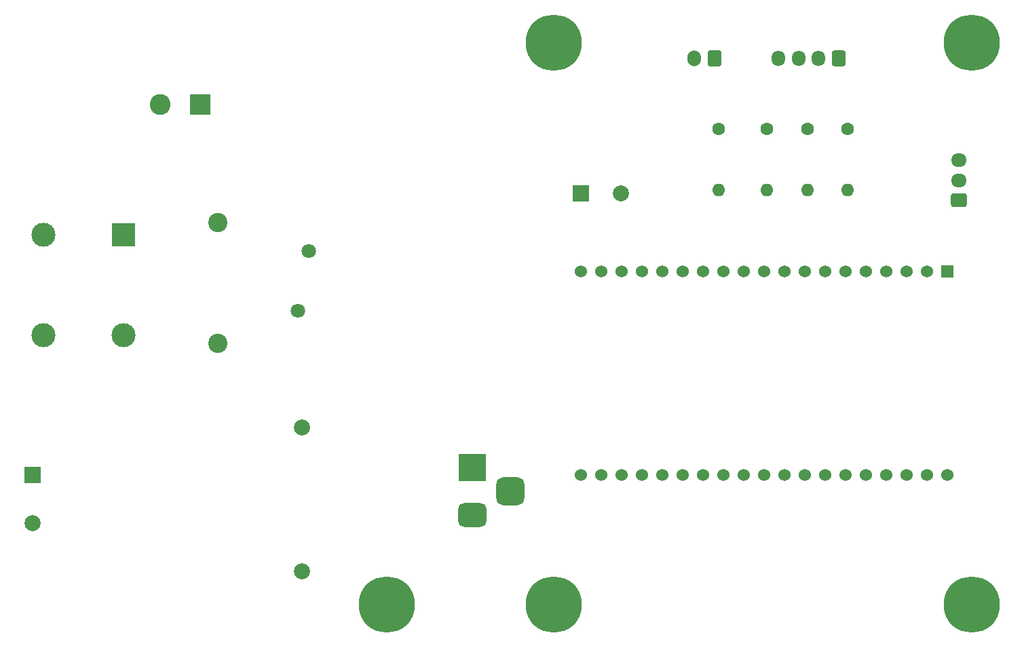
<source format=gbr>
%TF.GenerationSoftware,KiCad,Pcbnew,7.0.9*%
%TF.CreationDate,2024-01-13T11:23:32+07:00*%
%TF.ProjectId,Waterbox 2.1,57617465-7262-46f7-9820-322e312e6b69,rev?*%
%TF.SameCoordinates,Original*%
%TF.FileFunction,Copper,L1,Top*%
%TF.FilePolarity,Positive*%
%FSLAX46Y46*%
G04 Gerber Fmt 4.6, Leading zero omitted, Abs format (unit mm)*
G04 Created by KiCad (PCBNEW 7.0.9) date 2024-01-13 11:23:32*
%MOMM*%
%LPD*%
G01*
G04 APERTURE LIST*
G04 Aperture macros list*
%AMRoundRect*
0 Rectangle with rounded corners*
0 $1 Rounding radius*
0 $2 $3 $4 $5 $6 $7 $8 $9 X,Y pos of 4 corners*
0 Add a 4 corners polygon primitive as box body*
4,1,4,$2,$3,$4,$5,$6,$7,$8,$9,$2,$3,0*
0 Add four circle primitives for the rounded corners*
1,1,$1+$1,$2,$3*
1,1,$1+$1,$4,$5*
1,1,$1+$1,$6,$7*
1,1,$1+$1,$8,$9*
0 Add four rect primitives between the rounded corners*
20,1,$1+$1,$2,$3,$4,$5,0*
20,1,$1+$1,$4,$5,$6,$7,0*
20,1,$1+$1,$6,$7,$8,$9,0*
20,1,$1+$1,$8,$9,$2,$3,0*%
G04 Aperture macros list end*
%TA.AperFunction,ComponentPad*%
%ADD10C,1.600000*%
%TD*%
%TA.AperFunction,ComponentPad*%
%ADD11O,1.600000X1.600000*%
%TD*%
%TA.AperFunction,ComponentPad*%
%ADD12R,3.500000X3.500000*%
%TD*%
%TA.AperFunction,ComponentPad*%
%ADD13RoundRect,0.750000X1.000000X-0.750000X1.000000X0.750000X-1.000000X0.750000X-1.000000X-0.750000X0*%
%TD*%
%TA.AperFunction,ComponentPad*%
%ADD14RoundRect,0.875000X0.875000X-0.875000X0.875000X0.875000X-0.875000X0.875000X-0.875000X-0.875000X0*%
%TD*%
%TA.AperFunction,ComponentPad*%
%ADD15RoundRect,0.250000X0.600000X0.725000X-0.600000X0.725000X-0.600000X-0.725000X0.600000X-0.725000X0*%
%TD*%
%TA.AperFunction,ComponentPad*%
%ADD16O,1.700000X1.950000*%
%TD*%
%TA.AperFunction,ComponentPad*%
%ADD17RoundRect,0.250000X0.725000X-0.600000X0.725000X0.600000X-0.725000X0.600000X-0.725000X-0.600000X0*%
%TD*%
%TA.AperFunction,ComponentPad*%
%ADD18O,1.950000X1.700000*%
%TD*%
%TA.AperFunction,ComponentPad*%
%ADD19C,0.800000*%
%TD*%
%TA.AperFunction,ComponentPad*%
%ADD20C,7.000000*%
%TD*%
%TA.AperFunction,ComponentPad*%
%ADD21R,2.000000X2.000000*%
%TD*%
%TA.AperFunction,ComponentPad*%
%ADD22C,2.000000*%
%TD*%
%TA.AperFunction,ComponentPad*%
%ADD23C,1.800000*%
%TD*%
%TA.AperFunction,ComponentPad*%
%ADD24R,1.530000X1.530000*%
%TD*%
%TA.AperFunction,ComponentPad*%
%ADD25C,1.530000*%
%TD*%
%TA.AperFunction,ComponentPad*%
%ADD26R,2.600000X2.600000*%
%TD*%
%TA.AperFunction,ComponentPad*%
%ADD27C,2.600000*%
%TD*%
%TA.AperFunction,ComponentPad*%
%ADD28R,3.000000X3.000000*%
%TD*%
%TA.AperFunction,ComponentPad*%
%ADD29C,3.000000*%
%TD*%
%TA.AperFunction,ComponentPad*%
%ADD30RoundRect,0.250000X0.600000X0.750000X-0.600000X0.750000X-0.600000X-0.750000X0.600000X-0.750000X0*%
%TD*%
%TA.AperFunction,ComponentPad*%
%ADD31O,1.700000X2.000000*%
%TD*%
%TA.AperFunction,ComponentPad*%
%ADD32C,2.400000*%
%TD*%
G04 APERTURE END LIST*
D10*
%TO.P,R4,1*%
%TO.N,Net-(D2-A)*%
X156500000Y-67790000D03*
D11*
%TO.P,R4,2*%
%TO.N,/LED_TEL*%
X156500000Y-75410000D03*
%TD*%
D12*
%TO.P,J1,1*%
%TO.N,+5V*%
X125800000Y-110000000D03*
D13*
%TO.P,J1,2*%
%TO.N,GND*%
X125800000Y-116000000D03*
D14*
%TO.P,J1,3*%
%TO.N,N/C*%
X130500000Y-113000000D03*
%TD*%
D15*
%TO.P,LED NWK,1,BA*%
%TO.N,Net-(D1-BA)*%
X171500000Y-59000000D03*
D16*
%TO.P,LED NWK,2,GA*%
%TO.N,Net-(D1-GA)*%
X169000000Y-59000000D03*
%TO.P,LED NWK,3,K*%
%TO.N,GND*%
X166500000Y-59000000D03*
%TO.P,LED NWK,4,RA*%
%TO.N,Net-(D1-RA)*%
X164000000Y-59000000D03*
%TD*%
D17*
%TO.P,SENSOR,1,Pin_1*%
%TO.N,/Sensor_Data*%
X186500000Y-76700000D03*
D18*
%TO.P,SENSOR,2,Pin_2*%
%TO.N,GND*%
X186500000Y-74200000D03*
%TO.P,SENSOR,3,Pin_3*%
%TO.N,+5V*%
X186500000Y-71700000D03*
%TD*%
D19*
%TO.P,H7,1,1*%
%TO.N,GND*%
X133362000Y-127127000D03*
X134130845Y-125270845D03*
X134130845Y-128983155D03*
X135987000Y-124502000D03*
D20*
X135987000Y-127127000D03*
D19*
X135987000Y-129752000D03*
X137843155Y-125270845D03*
X137843155Y-128983155D03*
X138612000Y-127127000D03*
%TD*%
D21*
%TO.P,PS1,1,AC/L*%
%TO.N,Net-(PS1-AC{slash}L)*%
X70900000Y-111000000D03*
D22*
%TO.P,PS1,2,AC/N*%
%TO.N,Net-(PS1-AC{slash}N)*%
X70900000Y-117000000D03*
%TO.P,PS1,3,-Vout*%
%TO.N,GND*%
X104500000Y-105000000D03*
%TO.P,PS1,4,+Vout*%
%TO.N,+5V*%
X104500000Y-123000000D03*
%TD*%
D23*
%TO.P,RV1,1*%
%TO.N,Net-(VAC_IN1-Pin_2)*%
X105400000Y-83000000D03*
%TO.P,RV1,2*%
%TO.N,Net-(VAC_IN1-Pin_1)*%
X104000000Y-90500000D03*
%TD*%
D19*
%TO.P,H5,1,1*%
%TO.N,GND*%
X133362000Y-57071000D03*
X134130845Y-55214845D03*
X134130845Y-58927155D03*
X135987000Y-54446000D03*
D20*
X135987000Y-57071000D03*
D19*
X135987000Y-59696000D03*
X137843155Y-55214845D03*
X137843155Y-58927155D03*
X138612000Y-57071000D03*
%TD*%
D24*
%TO.P,ESP32-DEVKITC-32U,1,3V3*%
%TO.N,unconnected-(ESP32-DEVKITC-32U1-3V3-Pad1)*%
X185050000Y-85600000D03*
D25*
%TO.P,ESP32-DEVKITC-32U,2,EN*%
%TO.N,unconnected-(ESP32-DEVKITC-32U1-EN-Pad2)*%
X182510000Y-85600000D03*
%TO.P,ESP32-DEVKITC-32U,3,SENSOR_VP*%
%TO.N,unconnected-(ESP32-DEVKITC-32U1-SENSOR_VP-Pad3)*%
X179970000Y-85600000D03*
%TO.P,ESP32-DEVKITC-32U,4,SENSOR_VN*%
%TO.N,unconnected-(ESP32-DEVKITC-32U1-SENSOR_VN-Pad4)*%
X177430000Y-85600000D03*
%TO.P,ESP32-DEVKITC-32U,5,IO34*%
%TO.N,unconnected-(ESP32-DEVKITC-32U1-IO34-Pad5)*%
X174890000Y-85600000D03*
%TO.P,ESP32-DEVKITC-32U,6,IO35*%
%TO.N,unconnected-(ESP32-DEVKITC-32U1-IO35-Pad6)*%
X172350000Y-85600000D03*
%TO.P,ESP32-DEVKITC-32U,7,IO32*%
%TO.N,unconnected-(ESP32-DEVKITC-32U1-IO32-Pad7)*%
X169810000Y-85600000D03*
%TO.P,ESP32-DEVKITC-32U,8,IO33*%
%TO.N,unconnected-(ESP32-DEVKITC-32U1-IO33-Pad8)*%
X167270000Y-85600000D03*
%TO.P,ESP32-DEVKITC-32U,9,IO25*%
%TO.N,/RGBLED_B*%
X164730000Y-85600000D03*
%TO.P,ESP32-DEVKITC-32U,10,IO26*%
%TO.N,/RGBLED_G*%
X162190000Y-85600000D03*
%TO.P,ESP32-DEVKITC-32U,11,IO27*%
%TO.N,/RGBLED_R*%
X159650000Y-85600000D03*
%TO.P,ESP32-DEVKITC-32U,12,IO14*%
%TO.N,unconnected-(ESP32-DEVKITC-32U1-IO14-Pad12)*%
X157110000Y-85600000D03*
%TO.P,ESP32-DEVKITC-32U,13,IO12*%
%TO.N,unconnected-(ESP32-DEVKITC-32U1-IO12-Pad13)*%
X154570000Y-85600000D03*
%TO.P,ESP32-DEVKITC-32U,14,GND1*%
%TO.N,GND*%
X152030000Y-85600000D03*
%TO.P,ESP32-DEVKITC-32U,15,IO13*%
%TO.N,/LED_TEL*%
X149490000Y-85600000D03*
%TO.P,ESP32-DEVKITC-32U,16,SD2*%
%TO.N,unconnected-(ESP32-DEVKITC-32U1-SD2-Pad16)*%
X146950000Y-85600000D03*
%TO.P,ESP32-DEVKITC-32U,17,SD3*%
%TO.N,unconnected-(ESP32-DEVKITC-32U1-SD3-Pad17)*%
X144410000Y-85600000D03*
%TO.P,ESP32-DEVKITC-32U,18,CMD*%
%TO.N,unconnected-(ESP32-DEVKITC-32U1-CMD-Pad18)*%
X141870000Y-85600000D03*
%TO.P,ESP32-DEVKITC-32U,19,EXT_5V*%
%TO.N,+5V*%
X139330000Y-85600000D03*
%TO.P,ESP32-DEVKITC-32U,20,CLK*%
%TO.N,unconnected-(ESP32-DEVKITC-32U1-CLK-Pad20)*%
X139330000Y-111000000D03*
%TO.P,ESP32-DEVKITC-32U,21,SD0*%
%TO.N,unconnected-(ESP32-DEVKITC-32U1-SD0-Pad21)*%
X141870000Y-111000000D03*
%TO.P,ESP32-DEVKITC-32U,22,SD1*%
%TO.N,unconnected-(ESP32-DEVKITC-32U1-SD1-Pad22)*%
X144410000Y-111000000D03*
%TO.P,ESP32-DEVKITC-32U,23,IO15*%
%TO.N,unconnected-(ESP32-DEVKITC-32U1-IO15-Pad23)*%
X146950000Y-111000000D03*
%TO.P,ESP32-DEVKITC-32U,24,IO2*%
%TO.N,unconnected-(ESP32-DEVKITC-32U1-IO2-Pad24)*%
X149490000Y-111000000D03*
%TO.P,ESP32-DEVKITC-32U,25,IO0*%
%TO.N,unconnected-(ESP32-DEVKITC-32U1-IO0-Pad25)*%
X152030000Y-111000000D03*
%TO.P,ESP32-DEVKITC-32U,26,IO4*%
%TO.N,/Sensor_Data*%
X154570000Y-111000000D03*
%TO.P,ESP32-DEVKITC-32U,27,IO16*%
%TO.N,unconnected-(ESP32-DEVKITC-32U1-IO16-Pad27)*%
X157110000Y-111000000D03*
%TO.P,ESP32-DEVKITC-32U,28,IO17*%
%TO.N,unconnected-(ESP32-DEVKITC-32U1-IO17-Pad28)*%
X159650000Y-111000000D03*
%TO.P,ESP32-DEVKITC-32U,29,IO5*%
%TO.N,unconnected-(ESP32-DEVKITC-32U1-IO5-Pad29)*%
X162190000Y-111000000D03*
%TO.P,ESP32-DEVKITC-32U,30,IO18*%
%TO.N,unconnected-(ESP32-DEVKITC-32U1-IO18-Pad30)*%
X164730000Y-111000000D03*
%TO.P,ESP32-DEVKITC-32U,31,IO19*%
%TO.N,unconnected-(ESP32-DEVKITC-32U1-IO19-Pad31)*%
X167270000Y-111000000D03*
%TO.P,ESP32-DEVKITC-32U,32,GND2*%
%TO.N,GND*%
X169810000Y-111000000D03*
%TO.P,ESP32-DEVKITC-32U,33,IO21*%
%TO.N,unconnected-(ESP32-DEVKITC-32U1-IO21-Pad33)*%
X172350000Y-111000000D03*
%TO.P,ESP32-DEVKITC-32U,34,RXD0*%
%TO.N,unconnected-(ESP32-DEVKITC-32U1-RXD0-Pad34)*%
X174890000Y-111000000D03*
%TO.P,ESP32-DEVKITC-32U,35,TXD0*%
%TO.N,unconnected-(ESP32-DEVKITC-32U1-TXD0-Pad35)*%
X177430000Y-111000000D03*
%TO.P,ESP32-DEVKITC-32U,36,IO22*%
%TO.N,unconnected-(ESP32-DEVKITC-32U1-IO22-Pad36)*%
X179970000Y-111000000D03*
%TO.P,ESP32-DEVKITC-32U,37,IO23*%
%TO.N,unconnected-(ESP32-DEVKITC-32U1-IO23-Pad37)*%
X182510000Y-111000000D03*
%TO.P,ESP32-DEVKITC-32U,38,GND3*%
%TO.N,GND*%
X185050000Y-111000000D03*
%TD*%
D26*
%TO.P,VAC_IN1,1,Pin_1*%
%TO.N,Net-(VAC_IN1-Pin_1)*%
X91857500Y-64695000D03*
D27*
%TO.P,VAC_IN1,2,Pin_2*%
%TO.N,Net-(VAC_IN1-Pin_2)*%
X86857500Y-64695000D03*
%TD*%
D19*
%TO.P,H4,1,1*%
%TO.N,GND*%
X112469000Y-127127000D03*
X113237845Y-125270845D03*
X113237845Y-128983155D03*
X115094000Y-124502000D03*
D20*
X115094000Y-127127000D03*
D19*
X115094000Y-129752000D03*
X116950155Y-125270845D03*
X116950155Y-128983155D03*
X117719000Y-127127000D03*
%TD*%
%TO.P,H6,1,1*%
%TO.N,GND*%
X185462000Y-57071000D03*
X186230845Y-55214845D03*
X186230845Y-58927155D03*
X188087000Y-54446000D03*
D20*
X188087000Y-57071000D03*
D19*
X188087000Y-59696000D03*
X189943155Y-55214845D03*
X189943155Y-58927155D03*
X190712000Y-57071000D03*
%TD*%
D21*
%TO.P,C2,1*%
%TO.N,+5V*%
X139300000Y-75800000D03*
D22*
%TO.P,C2,2*%
%TO.N,GND*%
X144300000Y-75800000D03*
%TD*%
D28*
%TO.P,FL1,1,1*%
%TO.N,Net-(VAC_IN1-Pin_2)*%
X82250000Y-80950000D03*
D29*
%TO.P,FL1,2,2*%
%TO.N,Net-(PS1-AC{slash}L)*%
X72250000Y-80950000D03*
%TO.P,FL1,3,3*%
%TO.N,Net-(PS1-AC{slash}N)*%
X72250000Y-93550000D03*
%TO.P,FL1,4,4*%
%TO.N,Net-(VAC_IN1-Pin_1)*%
X82250000Y-93550000D03*
%TD*%
D10*
%TO.P,R2,1*%
%TO.N,Net-(D1-GA)*%
X167640000Y-67818000D03*
D11*
%TO.P,R2,2*%
%TO.N,/RGBLED_G*%
X167640000Y-75438000D03*
%TD*%
D30*
%TO.P,LED DATA,1,K*%
%TO.N,GND*%
X156000000Y-59000000D03*
D31*
%TO.P,LED DATA,2,A*%
%TO.N,Net-(D2-A)*%
X153500000Y-59000000D03*
%TD*%
D32*
%TO.P,C1,1*%
%TO.N,Net-(VAC_IN1-Pin_2)*%
X94000000Y-79500000D03*
%TO.P,C1,2*%
%TO.N,Net-(VAC_IN1-Pin_1)*%
X94000000Y-94500000D03*
%TD*%
D10*
%TO.P,R3,1*%
%TO.N,Net-(D1-RA)*%
X162560000Y-67818000D03*
D11*
%TO.P,R3,2*%
%TO.N,/RGBLED_R*%
X162560000Y-75438000D03*
%TD*%
D19*
%TO.P,H8,1,1*%
%TO.N,GND*%
X185462000Y-127127000D03*
X186230845Y-125270845D03*
X186230845Y-128983155D03*
X188087000Y-124502000D03*
D20*
X188087000Y-127127000D03*
D19*
X188087000Y-129752000D03*
X189943155Y-125270845D03*
X189943155Y-128983155D03*
X190712000Y-127127000D03*
%TD*%
D10*
%TO.P,R1,1*%
%TO.N,Net-(D1-BA)*%
X172600000Y-67790000D03*
D11*
%TO.P,R1,2*%
%TO.N,/RGBLED_B*%
X172600000Y-75410000D03*
%TD*%
M02*

</source>
